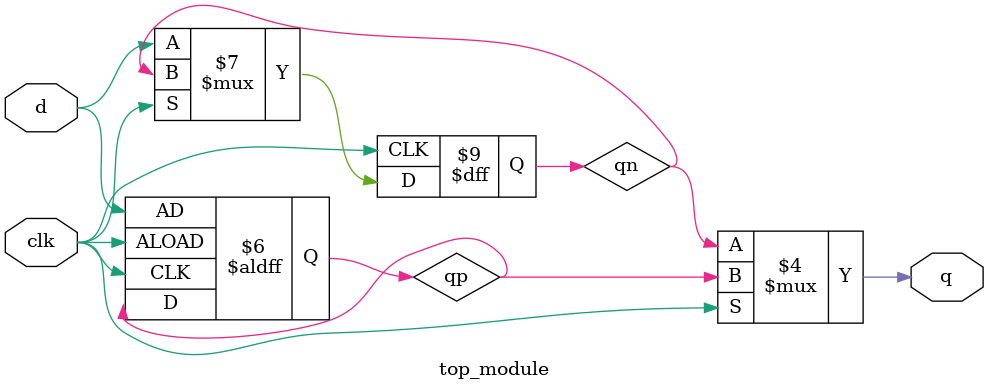
<source format=sv>
module top_module(
  input clk,
  input d,
  output reg q
);
  reg qp;
  reg qn;
  
  always @(posedge clk or negedge clk) begin
    if (clk) begin
      qp <= d;
    end else begin
      qn <= d;
    end
  end
  
  always @(clk) begin
    if (clk) begin
      q <= qp;
    end else begin
      q <= qn;
    end
  end
endmodule

</source>
